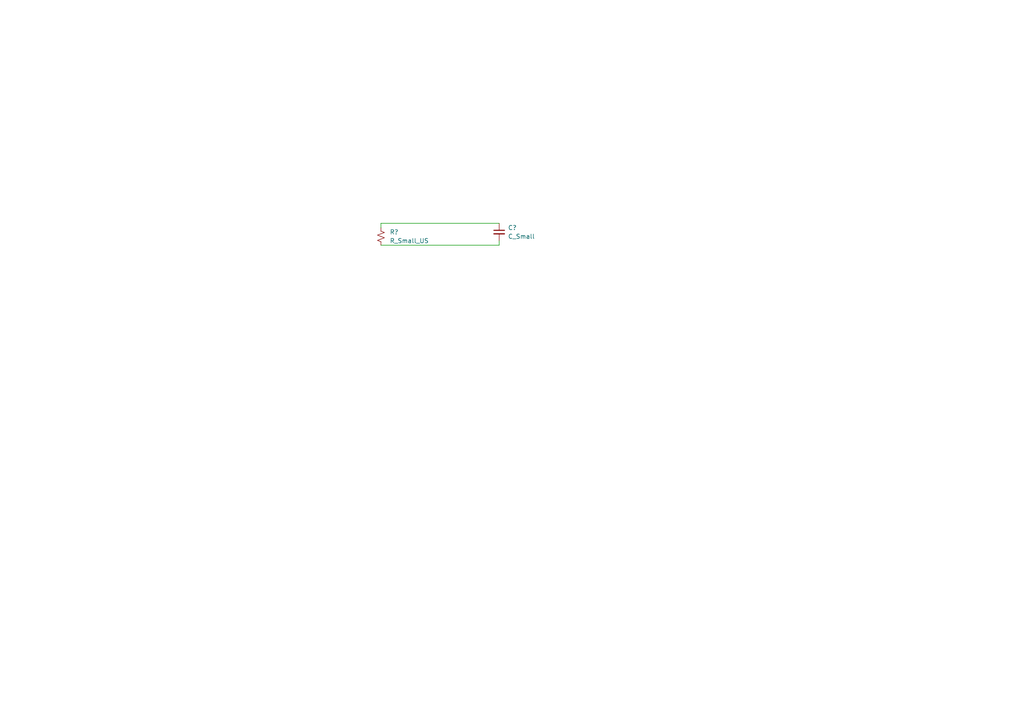
<source format=kicad_sch>
(kicad_sch (version 20211123) (generator eeschema)
  (paper "A4")
  (lib_symbols
    (symbol "Device:C_Small" (pin_numbers hide) (pin_names (offset 0.254) hide)
      (property "Reference" "C" (at 0.254 1.778 0))
      (property "Value" "C_Small" (at 0.254 -2.032 0))
      (symbol "C_Small_0_1"
        (polyline (pts (xy -1.524 -0.508) (xy 1.524 -0.508)) (stroke (width 0.3302)))
        (polyline (pts (xy -1.524 0.508) (xy 1.524 0.508)) (stroke (width 0.3048)))
      )
      (symbol "C_Small_1_1"
        (pin passive line (at 0 2.54 270) (length 2.032) (name "~") (number "1"))
        (pin passive line (at 0 -2.54 90) (length 2.032) (name "~") (number "2"))
      )
    )
    (symbol "Device:R_Small_US" (pin_numbers hide) (pin_names (offset 0.254) hide)
      (property "Reference" "R" (at 0.762 0.508 0))
      (property "Value" "R_Small_US" (at 0.762 -1.016 0))
      (symbol "R_Small_US_1_1"
        (polyline (pts (xy 0 0) (xy 1.016 -0.381) (xy 0 -0.762) (xy -1.016 -1.143) (xy 0 -1.524)))
        (polyline (pts (xy 0 1.524) (xy 1.016 1.143) (xy 0 0.762) (xy -1.016 0.381) (xy 0 0)))
        (pin passive line (at 0 2.54 270) (length 1.016) (name "~") (number "1"))
        (pin passive line (at 0 -2.54 90) (length 1.016) (name "~") (number "2"))
      )
    )
  )
  (wire (pts (xy 110.49 64.77) (xy 144.78 64.77)))
  (wire (pts (xy 110.49 71.12) (xy 144.78 71.12)))
  (wire (pts (xy 144.78 71.12) (xy 144.78 69.85)))
  (wire (pts (xy 110.49 66.04) (xy 110.49 64.77)))
  (symbol (lib_id "Device:R_Small_US") (at 110.49 68.58 0) (unit 1)
    (property "Reference" "R?" (at 113.03 67.3099 0) (effects (justify left)))
    (property "Value" "R_Small_US" (at 113.03 69.8499 0) (effects (justify left)))
  )
  (symbol (lib_id "Device:C_Small") (at 144.78 67.31 0) (unit 1)
    (property "Reference" "C?" (at 147.32 66.0462 0) (effects (justify left)))
    (property "Value" "C_Small" (at 147.32 68.5862 0) (effects (justify left)))
    (property "Footprint" "Resistor_SMD:R_0603_1608Metric" (effects hide))
  )
)
</source>
